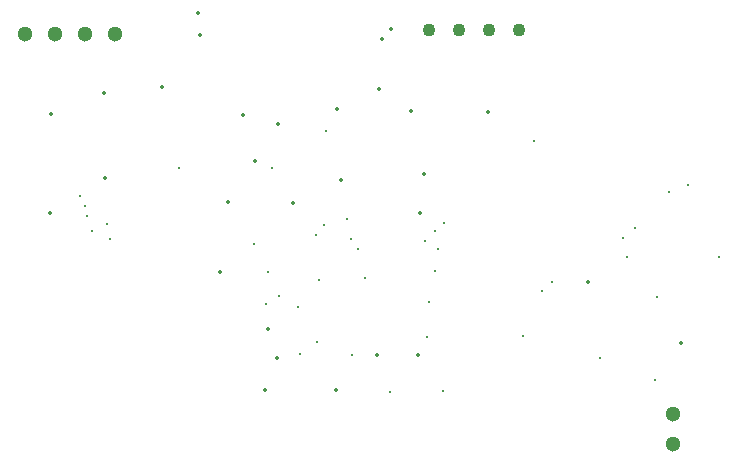
<source format=gbr>
%TF.GenerationSoftware,Altium Limited,Altium Designer,23.6.0 (18)*%
G04 Layer_Color=0*
%FSLAX43Y43*%
%MOMM*%
%TF.SameCoordinates,6C6526E1-C053-4265-BDC0-CB623CBAD704*%
%TF.FilePolarity,Positive*%
%TF.FileFunction,Plated,1,2,PTH,Drill*%
%TF.Part,Single*%
G01*
G75*
%TA.AperFunction,ComponentDrill*%
%ADD59C,1.300*%
%ADD60C,1.300*%
%ADD61C,1.100*%
%TA.AperFunction,ViaDrill,NotFilled*%
%ADD62C,0.300*%
%ADD63C,0.350*%
D59*
X56850Y7090D02*
D03*
Y4550D02*
D03*
D60*
X9595Y39300D02*
D03*
X1975D02*
D03*
X4515D02*
D03*
X7055D02*
D03*
D61*
X41245Y39625D02*
D03*
X43785D02*
D03*
X38705D02*
D03*
X36165D02*
D03*
D62*
X55455Y16990D02*
D03*
X35850Y21765D02*
D03*
X36703Y22612D02*
D03*
X52554Y22028D02*
D03*
X53594Y22860D02*
D03*
X37395Y23250D02*
D03*
X37338Y9025D02*
D03*
X7203Y23845D02*
D03*
X23495Y17091D02*
D03*
X8874Y23217D02*
D03*
X22564Y19103D02*
D03*
X36957Y21095D02*
D03*
X27421Y31082D02*
D03*
X15000Y27950D02*
D03*
X29578Y21928D02*
D03*
X30749Y18650D02*
D03*
X30121Y21090D02*
D03*
X7607Y22606D02*
D03*
X7055Y24750D02*
D03*
X9128Y21961D02*
D03*
X50600Y11833D02*
D03*
X25266Y12153D02*
D03*
X29668Y12130D02*
D03*
X26675Y13201D02*
D03*
X32872Y9004D02*
D03*
X36016Y13641D02*
D03*
X44150Y13700D02*
D03*
X22850Y27912D02*
D03*
X6625Y25600D02*
D03*
X60721Y20421D02*
D03*
X52937D02*
D03*
X22357Y16389D02*
D03*
X58083Y26526D02*
D03*
X25030Y16194D02*
D03*
X45074Y30233D02*
D03*
X36703Y19250D02*
D03*
X26875Y18475D02*
D03*
X21336Y21478D02*
D03*
X36195Y16558D02*
D03*
X26550Y22250D02*
D03*
X27256Y23101D02*
D03*
X29210Y23622D02*
D03*
X55264Y10033D02*
D03*
X56515Y25908D02*
D03*
X45720Y17519D02*
D03*
X46609Y18288D02*
D03*
D63*
X13574Y34813D02*
D03*
X31917Y34596D02*
D03*
X28727Y26944D02*
D03*
X18452Y19144D02*
D03*
X49603Y18257D02*
D03*
X22554Y14319D02*
D03*
X20402Y32394D02*
D03*
X28402Y32919D02*
D03*
X41172Y32713D02*
D03*
X34627Y32744D02*
D03*
X8614Y34254D02*
D03*
X4104Y24164D02*
D03*
X4177Y32494D02*
D03*
X22253Y9127D02*
D03*
X35377Y24119D02*
D03*
X35741Y27394D02*
D03*
X23360Y31627D02*
D03*
X21403Y28573D02*
D03*
X23305Y11825D02*
D03*
X28243Y9158D02*
D03*
X31743Y12130D02*
D03*
X19111Y25088D02*
D03*
X35234Y12087D02*
D03*
X57487Y13134D02*
D03*
X8687Y27134D02*
D03*
X24662Y24962D02*
D03*
X32950Y39750D02*
D03*
X32175Y38900D02*
D03*
X16732Y39243D02*
D03*
X16600Y41050D02*
D03*
%TF.MD5,b57852c53d319aa1174f435a6d816e5b*%
M02*

</source>
